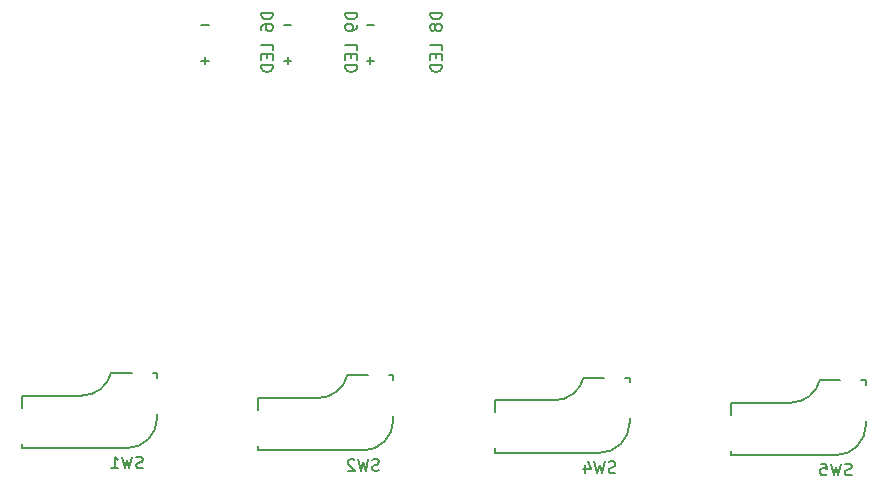
<source format=gbr>
%TF.GenerationSoftware,KiCad,Pcbnew,9.0.4-1.fc42app3*%
%TF.CreationDate,2025-10-16T14:03:15+02:00*%
%TF.ProjectId,ccc_macropad,6363635f-6d61-4637-926f-7061642e6b69,rev?*%
%TF.SameCoordinates,Original*%
%TF.FileFunction,Legend,Bot*%
%TF.FilePolarity,Positive*%
%FSLAX46Y46*%
G04 Gerber Fmt 4.6, Leading zero omitted, Abs format (unit mm)*
G04 Created by KiCad (PCBNEW 9.0.4-1.fc42app3) date 2025-10-16 14:03:15*
%MOMM*%
%LPD*%
G01*
G04 APERTURE LIST*
%ADD10C,0.152400*%
%ADD11C,0.150000*%
G04 APERTURE END LIST*
D10*
X144206213Y-40582965D02*
X143586937Y-40582965D01*
X144206213Y-43582965D02*
X143586937Y-43582965D01*
X143896575Y-43892603D02*
X143896575Y-43273327D01*
X130206213Y-43582965D02*
X129586937Y-43582965D01*
X129896575Y-43892603D02*
X129896575Y-43273327D01*
X130206213Y-40582965D02*
X129586937Y-40582965D01*
X137206213Y-40582965D02*
X136586937Y-40582965D01*
X137206213Y-43582965D02*
X136586937Y-43582965D01*
X136896575Y-43892603D02*
X136896575Y-43273327D01*
D11*
X149954819Y-39523809D02*
X148954819Y-39523809D01*
X148954819Y-39523809D02*
X148954819Y-39761904D01*
X148954819Y-39761904D02*
X149002438Y-39904761D01*
X149002438Y-39904761D02*
X149097676Y-39999999D01*
X149097676Y-39999999D02*
X149192914Y-40047618D01*
X149192914Y-40047618D02*
X149383390Y-40095237D01*
X149383390Y-40095237D02*
X149526247Y-40095237D01*
X149526247Y-40095237D02*
X149716723Y-40047618D01*
X149716723Y-40047618D02*
X149811961Y-39999999D01*
X149811961Y-39999999D02*
X149907200Y-39904761D01*
X149907200Y-39904761D02*
X149954819Y-39761904D01*
X149954819Y-39761904D02*
X149954819Y-39523809D01*
X149383390Y-40666666D02*
X149335771Y-40571428D01*
X149335771Y-40571428D02*
X149288152Y-40523809D01*
X149288152Y-40523809D02*
X149192914Y-40476190D01*
X149192914Y-40476190D02*
X149145295Y-40476190D01*
X149145295Y-40476190D02*
X149050057Y-40523809D01*
X149050057Y-40523809D02*
X149002438Y-40571428D01*
X149002438Y-40571428D02*
X148954819Y-40666666D01*
X148954819Y-40666666D02*
X148954819Y-40857142D01*
X148954819Y-40857142D02*
X149002438Y-40952380D01*
X149002438Y-40952380D02*
X149050057Y-40999999D01*
X149050057Y-40999999D02*
X149145295Y-41047618D01*
X149145295Y-41047618D02*
X149192914Y-41047618D01*
X149192914Y-41047618D02*
X149288152Y-40999999D01*
X149288152Y-40999999D02*
X149335771Y-40952380D01*
X149335771Y-40952380D02*
X149383390Y-40857142D01*
X149383390Y-40857142D02*
X149383390Y-40666666D01*
X149383390Y-40666666D02*
X149431009Y-40571428D01*
X149431009Y-40571428D02*
X149478628Y-40523809D01*
X149478628Y-40523809D02*
X149573866Y-40476190D01*
X149573866Y-40476190D02*
X149764342Y-40476190D01*
X149764342Y-40476190D02*
X149859580Y-40523809D01*
X149859580Y-40523809D02*
X149907200Y-40571428D01*
X149907200Y-40571428D02*
X149954819Y-40666666D01*
X149954819Y-40666666D02*
X149954819Y-40857142D01*
X149954819Y-40857142D02*
X149907200Y-40952380D01*
X149907200Y-40952380D02*
X149859580Y-40999999D01*
X149859580Y-40999999D02*
X149764342Y-41047618D01*
X149764342Y-41047618D02*
X149573866Y-41047618D01*
X149573866Y-41047618D02*
X149478628Y-40999999D01*
X149478628Y-40999999D02*
X149431009Y-40952380D01*
X149431009Y-40952380D02*
X149383390Y-40857142D01*
X149954819Y-42714285D02*
X149954819Y-42238095D01*
X149954819Y-42238095D02*
X148954819Y-42238095D01*
X149431009Y-43047619D02*
X149431009Y-43380952D01*
X149954819Y-43523809D02*
X149954819Y-43047619D01*
X149954819Y-43047619D02*
X148954819Y-43047619D01*
X148954819Y-43047619D02*
X148954819Y-43523809D01*
X149954819Y-43952381D02*
X148954819Y-43952381D01*
X148954819Y-43952381D02*
X148954819Y-44190476D01*
X148954819Y-44190476D02*
X149002438Y-44333333D01*
X149002438Y-44333333D02*
X149097676Y-44428571D01*
X149097676Y-44428571D02*
X149192914Y-44476190D01*
X149192914Y-44476190D02*
X149383390Y-44523809D01*
X149383390Y-44523809D02*
X149526247Y-44523809D01*
X149526247Y-44523809D02*
X149716723Y-44476190D01*
X149716723Y-44476190D02*
X149811961Y-44428571D01*
X149811961Y-44428571D02*
X149907200Y-44333333D01*
X149907200Y-44333333D02*
X149954819Y-44190476D01*
X149954819Y-44190476D02*
X149954819Y-43952381D01*
X124633332Y-78062200D02*
X124490475Y-78109819D01*
X124490475Y-78109819D02*
X124252380Y-78109819D01*
X124252380Y-78109819D02*
X124157142Y-78062200D01*
X124157142Y-78062200D02*
X124109523Y-78014580D01*
X124109523Y-78014580D02*
X124061904Y-77919342D01*
X124061904Y-77919342D02*
X124061904Y-77824104D01*
X124061904Y-77824104D02*
X124109523Y-77728866D01*
X124109523Y-77728866D02*
X124157142Y-77681247D01*
X124157142Y-77681247D02*
X124252380Y-77633628D01*
X124252380Y-77633628D02*
X124442856Y-77586009D01*
X124442856Y-77586009D02*
X124538094Y-77538390D01*
X124538094Y-77538390D02*
X124585713Y-77490771D01*
X124585713Y-77490771D02*
X124633332Y-77395533D01*
X124633332Y-77395533D02*
X124633332Y-77300295D01*
X124633332Y-77300295D02*
X124585713Y-77205057D01*
X124585713Y-77205057D02*
X124538094Y-77157438D01*
X124538094Y-77157438D02*
X124442856Y-77109819D01*
X124442856Y-77109819D02*
X124204761Y-77109819D01*
X124204761Y-77109819D02*
X124061904Y-77157438D01*
X123728570Y-77109819D02*
X123490475Y-78109819D01*
X123490475Y-78109819D02*
X123299999Y-77395533D01*
X123299999Y-77395533D02*
X123109523Y-78109819D01*
X123109523Y-78109819D02*
X122871428Y-77109819D01*
X121966666Y-78109819D02*
X122538094Y-78109819D01*
X122252380Y-78109819D02*
X122252380Y-77109819D01*
X122252380Y-77109819D02*
X122347618Y-77252676D01*
X122347618Y-77252676D02*
X122442856Y-77347914D01*
X122442856Y-77347914D02*
X122538094Y-77395533D01*
X184643332Y-78662200D02*
X184500475Y-78709819D01*
X184500475Y-78709819D02*
X184262380Y-78709819D01*
X184262380Y-78709819D02*
X184167142Y-78662200D01*
X184167142Y-78662200D02*
X184119523Y-78614580D01*
X184119523Y-78614580D02*
X184071904Y-78519342D01*
X184071904Y-78519342D02*
X184071904Y-78424104D01*
X184071904Y-78424104D02*
X184119523Y-78328866D01*
X184119523Y-78328866D02*
X184167142Y-78281247D01*
X184167142Y-78281247D02*
X184262380Y-78233628D01*
X184262380Y-78233628D02*
X184452856Y-78186009D01*
X184452856Y-78186009D02*
X184548094Y-78138390D01*
X184548094Y-78138390D02*
X184595713Y-78090771D01*
X184595713Y-78090771D02*
X184643332Y-77995533D01*
X184643332Y-77995533D02*
X184643332Y-77900295D01*
X184643332Y-77900295D02*
X184595713Y-77805057D01*
X184595713Y-77805057D02*
X184548094Y-77757438D01*
X184548094Y-77757438D02*
X184452856Y-77709819D01*
X184452856Y-77709819D02*
X184214761Y-77709819D01*
X184214761Y-77709819D02*
X184071904Y-77757438D01*
X183738570Y-77709819D02*
X183500475Y-78709819D01*
X183500475Y-78709819D02*
X183309999Y-77995533D01*
X183309999Y-77995533D02*
X183119523Y-78709819D01*
X183119523Y-78709819D02*
X182881428Y-77709819D01*
X182024285Y-77709819D02*
X182500475Y-77709819D01*
X182500475Y-77709819D02*
X182548094Y-78186009D01*
X182548094Y-78186009D02*
X182500475Y-78138390D01*
X182500475Y-78138390D02*
X182405237Y-78090771D01*
X182405237Y-78090771D02*
X182167142Y-78090771D01*
X182167142Y-78090771D02*
X182071904Y-78138390D01*
X182071904Y-78138390D02*
X182024285Y-78186009D01*
X182024285Y-78186009D02*
X181976666Y-78281247D01*
X181976666Y-78281247D02*
X181976666Y-78519342D01*
X181976666Y-78519342D02*
X182024285Y-78614580D01*
X182024285Y-78614580D02*
X182071904Y-78662200D01*
X182071904Y-78662200D02*
X182167142Y-78709819D01*
X182167142Y-78709819D02*
X182405237Y-78709819D01*
X182405237Y-78709819D02*
X182500475Y-78662200D01*
X182500475Y-78662200D02*
X182548094Y-78614580D01*
X164639999Y-78462200D02*
X164497142Y-78509819D01*
X164497142Y-78509819D02*
X164259047Y-78509819D01*
X164259047Y-78509819D02*
X164163809Y-78462200D01*
X164163809Y-78462200D02*
X164116190Y-78414580D01*
X164116190Y-78414580D02*
X164068571Y-78319342D01*
X164068571Y-78319342D02*
X164068571Y-78224104D01*
X164068571Y-78224104D02*
X164116190Y-78128866D01*
X164116190Y-78128866D02*
X164163809Y-78081247D01*
X164163809Y-78081247D02*
X164259047Y-78033628D01*
X164259047Y-78033628D02*
X164449523Y-77986009D01*
X164449523Y-77986009D02*
X164544761Y-77938390D01*
X164544761Y-77938390D02*
X164592380Y-77890771D01*
X164592380Y-77890771D02*
X164639999Y-77795533D01*
X164639999Y-77795533D02*
X164639999Y-77700295D01*
X164639999Y-77700295D02*
X164592380Y-77605057D01*
X164592380Y-77605057D02*
X164544761Y-77557438D01*
X164544761Y-77557438D02*
X164449523Y-77509819D01*
X164449523Y-77509819D02*
X164211428Y-77509819D01*
X164211428Y-77509819D02*
X164068571Y-77557438D01*
X163735237Y-77509819D02*
X163497142Y-78509819D01*
X163497142Y-78509819D02*
X163306666Y-77795533D01*
X163306666Y-77795533D02*
X163116190Y-78509819D01*
X163116190Y-78509819D02*
X162878095Y-77509819D01*
X162068571Y-77843152D02*
X162068571Y-78509819D01*
X162306666Y-77462200D02*
X162544761Y-78176485D01*
X162544761Y-78176485D02*
X161925714Y-78176485D01*
X142779819Y-39523809D02*
X141779819Y-39523809D01*
X141779819Y-39523809D02*
X141779819Y-39761904D01*
X141779819Y-39761904D02*
X141827438Y-39904761D01*
X141827438Y-39904761D02*
X141922676Y-39999999D01*
X141922676Y-39999999D02*
X142017914Y-40047618D01*
X142017914Y-40047618D02*
X142208390Y-40095237D01*
X142208390Y-40095237D02*
X142351247Y-40095237D01*
X142351247Y-40095237D02*
X142541723Y-40047618D01*
X142541723Y-40047618D02*
X142636961Y-39999999D01*
X142636961Y-39999999D02*
X142732200Y-39904761D01*
X142732200Y-39904761D02*
X142779819Y-39761904D01*
X142779819Y-39761904D02*
X142779819Y-39523809D01*
X142779819Y-40571428D02*
X142779819Y-40761904D01*
X142779819Y-40761904D02*
X142732200Y-40857142D01*
X142732200Y-40857142D02*
X142684580Y-40904761D01*
X142684580Y-40904761D02*
X142541723Y-40999999D01*
X142541723Y-40999999D02*
X142351247Y-41047618D01*
X142351247Y-41047618D02*
X141970295Y-41047618D01*
X141970295Y-41047618D02*
X141875057Y-40999999D01*
X141875057Y-40999999D02*
X141827438Y-40952380D01*
X141827438Y-40952380D02*
X141779819Y-40857142D01*
X141779819Y-40857142D02*
X141779819Y-40666666D01*
X141779819Y-40666666D02*
X141827438Y-40571428D01*
X141827438Y-40571428D02*
X141875057Y-40523809D01*
X141875057Y-40523809D02*
X141970295Y-40476190D01*
X141970295Y-40476190D02*
X142208390Y-40476190D01*
X142208390Y-40476190D02*
X142303628Y-40523809D01*
X142303628Y-40523809D02*
X142351247Y-40571428D01*
X142351247Y-40571428D02*
X142398866Y-40666666D01*
X142398866Y-40666666D02*
X142398866Y-40857142D01*
X142398866Y-40857142D02*
X142351247Y-40952380D01*
X142351247Y-40952380D02*
X142303628Y-40999999D01*
X142303628Y-40999999D02*
X142208390Y-41047618D01*
X142779819Y-42714285D02*
X142779819Y-42238095D01*
X142779819Y-42238095D02*
X141779819Y-42238095D01*
X142256009Y-43047619D02*
X142256009Y-43380952D01*
X142779819Y-43523809D02*
X142779819Y-43047619D01*
X142779819Y-43047619D02*
X141779819Y-43047619D01*
X141779819Y-43047619D02*
X141779819Y-43523809D01*
X142779819Y-43952381D02*
X141779819Y-43952381D01*
X141779819Y-43952381D02*
X141779819Y-44190476D01*
X141779819Y-44190476D02*
X141827438Y-44333333D01*
X141827438Y-44333333D02*
X141922676Y-44428571D01*
X141922676Y-44428571D02*
X142017914Y-44476190D01*
X142017914Y-44476190D02*
X142208390Y-44523809D01*
X142208390Y-44523809D02*
X142351247Y-44523809D01*
X142351247Y-44523809D02*
X142541723Y-44476190D01*
X142541723Y-44476190D02*
X142636961Y-44428571D01*
X142636961Y-44428571D02*
X142732200Y-44333333D01*
X142732200Y-44333333D02*
X142779819Y-44190476D01*
X142779819Y-44190476D02*
X142779819Y-43952381D01*
X135644819Y-39523809D02*
X134644819Y-39523809D01*
X134644819Y-39523809D02*
X134644819Y-39761904D01*
X134644819Y-39761904D02*
X134692438Y-39904761D01*
X134692438Y-39904761D02*
X134787676Y-39999999D01*
X134787676Y-39999999D02*
X134882914Y-40047618D01*
X134882914Y-40047618D02*
X135073390Y-40095237D01*
X135073390Y-40095237D02*
X135216247Y-40095237D01*
X135216247Y-40095237D02*
X135406723Y-40047618D01*
X135406723Y-40047618D02*
X135501961Y-39999999D01*
X135501961Y-39999999D02*
X135597200Y-39904761D01*
X135597200Y-39904761D02*
X135644819Y-39761904D01*
X135644819Y-39761904D02*
X135644819Y-39523809D01*
X134644819Y-40952380D02*
X134644819Y-40761904D01*
X134644819Y-40761904D02*
X134692438Y-40666666D01*
X134692438Y-40666666D02*
X134740057Y-40619047D01*
X134740057Y-40619047D02*
X134882914Y-40523809D01*
X134882914Y-40523809D02*
X135073390Y-40476190D01*
X135073390Y-40476190D02*
X135454342Y-40476190D01*
X135454342Y-40476190D02*
X135549580Y-40523809D01*
X135549580Y-40523809D02*
X135597200Y-40571428D01*
X135597200Y-40571428D02*
X135644819Y-40666666D01*
X135644819Y-40666666D02*
X135644819Y-40857142D01*
X135644819Y-40857142D02*
X135597200Y-40952380D01*
X135597200Y-40952380D02*
X135549580Y-40999999D01*
X135549580Y-40999999D02*
X135454342Y-41047618D01*
X135454342Y-41047618D02*
X135216247Y-41047618D01*
X135216247Y-41047618D02*
X135121009Y-40999999D01*
X135121009Y-40999999D02*
X135073390Y-40952380D01*
X135073390Y-40952380D02*
X135025771Y-40857142D01*
X135025771Y-40857142D02*
X135025771Y-40666666D01*
X135025771Y-40666666D02*
X135073390Y-40571428D01*
X135073390Y-40571428D02*
X135121009Y-40523809D01*
X135121009Y-40523809D02*
X135216247Y-40476190D01*
X135644819Y-42714285D02*
X135644819Y-42238095D01*
X135644819Y-42238095D02*
X134644819Y-42238095D01*
X135121009Y-43047619D02*
X135121009Y-43380952D01*
X135644819Y-43523809D02*
X135644819Y-43047619D01*
X135644819Y-43047619D02*
X134644819Y-43047619D01*
X134644819Y-43047619D02*
X134644819Y-43523809D01*
X135644819Y-43952381D02*
X134644819Y-43952381D01*
X134644819Y-43952381D02*
X134644819Y-44190476D01*
X134644819Y-44190476D02*
X134692438Y-44333333D01*
X134692438Y-44333333D02*
X134787676Y-44428571D01*
X134787676Y-44428571D02*
X134882914Y-44476190D01*
X134882914Y-44476190D02*
X135073390Y-44523809D01*
X135073390Y-44523809D02*
X135216247Y-44523809D01*
X135216247Y-44523809D02*
X135406723Y-44476190D01*
X135406723Y-44476190D02*
X135501961Y-44428571D01*
X135501961Y-44428571D02*
X135597200Y-44333333D01*
X135597200Y-44333333D02*
X135644819Y-44190476D01*
X135644819Y-44190476D02*
X135644819Y-43952381D01*
X144636665Y-78262200D02*
X144493808Y-78309819D01*
X144493808Y-78309819D02*
X144255713Y-78309819D01*
X144255713Y-78309819D02*
X144160475Y-78262200D01*
X144160475Y-78262200D02*
X144112856Y-78214580D01*
X144112856Y-78214580D02*
X144065237Y-78119342D01*
X144065237Y-78119342D02*
X144065237Y-78024104D01*
X144065237Y-78024104D02*
X144112856Y-77928866D01*
X144112856Y-77928866D02*
X144160475Y-77881247D01*
X144160475Y-77881247D02*
X144255713Y-77833628D01*
X144255713Y-77833628D02*
X144446189Y-77786009D01*
X144446189Y-77786009D02*
X144541427Y-77738390D01*
X144541427Y-77738390D02*
X144589046Y-77690771D01*
X144589046Y-77690771D02*
X144636665Y-77595533D01*
X144636665Y-77595533D02*
X144636665Y-77500295D01*
X144636665Y-77500295D02*
X144589046Y-77405057D01*
X144589046Y-77405057D02*
X144541427Y-77357438D01*
X144541427Y-77357438D02*
X144446189Y-77309819D01*
X144446189Y-77309819D02*
X144208094Y-77309819D01*
X144208094Y-77309819D02*
X144065237Y-77357438D01*
X143731903Y-77309819D02*
X143493808Y-78309819D01*
X143493808Y-78309819D02*
X143303332Y-77595533D01*
X143303332Y-77595533D02*
X143112856Y-78309819D01*
X143112856Y-78309819D02*
X142874761Y-77309819D01*
X142541427Y-77405057D02*
X142493808Y-77357438D01*
X142493808Y-77357438D02*
X142398570Y-77309819D01*
X142398570Y-77309819D02*
X142160475Y-77309819D01*
X142160475Y-77309819D02*
X142065237Y-77357438D01*
X142065237Y-77357438D02*
X142017618Y-77405057D01*
X142017618Y-77405057D02*
X141969999Y-77500295D01*
X141969999Y-77500295D02*
X141969999Y-77595533D01*
X141969999Y-77595533D02*
X142017618Y-77738390D01*
X142017618Y-77738390D02*
X142589046Y-78309819D01*
X142589046Y-78309819D02*
X141969999Y-78309819D01*
%TO.C,SW1*%
X114410000Y-76385000D02*
X123300000Y-76385000D01*
X114410000Y-76004000D02*
X114410000Y-76385000D01*
X114410000Y-71940000D02*
X114410000Y-72956000D01*
X119490000Y-71940000D02*
X114410000Y-71940000D01*
X123681000Y-70035000D02*
X122030000Y-70035000D01*
X125840000Y-70035000D02*
X125459000Y-70035000D01*
X125840000Y-70416000D02*
X125840000Y-70035000D01*
X125840000Y-73845000D02*
X125840000Y-73464000D01*
X121954162Y-70016040D02*
G75*
G02*
X119490000Y-71940000I-2464162J616040D01*
G01*
X125840000Y-73845000D02*
G75*
G02*
X123300000Y-76385000I-2540000J0D01*
G01*
%TO.C,SW5*%
X174420000Y-76985000D02*
X183310000Y-76985000D01*
X174420000Y-76604000D02*
X174420000Y-76985000D01*
X174420000Y-72540000D02*
X174420000Y-73556000D01*
X179500000Y-72540000D02*
X174420000Y-72540000D01*
X183691000Y-70635000D02*
X182040000Y-70635000D01*
X185850000Y-70635000D02*
X185469000Y-70635000D01*
X185850000Y-71016000D02*
X185850000Y-70635000D01*
X185850000Y-74445000D02*
X185850000Y-74064000D01*
X181964162Y-70616040D02*
G75*
G02*
X179500000Y-72540000I-2464162J616040D01*
G01*
X185850000Y-74445000D02*
G75*
G02*
X183310000Y-76985000I-2540000J0D01*
G01*
%TO.C,SW4*%
X154416667Y-76785000D02*
X163306667Y-76785000D01*
X154416667Y-76404000D02*
X154416667Y-76785000D01*
X154416667Y-72340000D02*
X154416667Y-73356000D01*
X159496667Y-72340000D02*
X154416667Y-72340000D01*
X163687667Y-70435000D02*
X162036667Y-70435000D01*
X165846667Y-70435000D02*
X165465667Y-70435000D01*
X165846667Y-70816000D02*
X165846667Y-70435000D01*
X165846667Y-74245000D02*
X165846667Y-73864000D01*
X161960829Y-70416040D02*
G75*
G02*
X159496667Y-72340000I-2464162J616040D01*
G01*
X165846667Y-74245000D02*
G75*
G02*
X163306667Y-76785000I-2540000J0D01*
G01*
%TO.C,SW2*%
X134413333Y-76585000D02*
X143303333Y-76585000D01*
X134413333Y-76204000D02*
X134413333Y-76585000D01*
X134413333Y-72140000D02*
X134413333Y-73156000D01*
X139493333Y-72140000D02*
X134413333Y-72140000D01*
X143684333Y-70235000D02*
X142033333Y-70235000D01*
X145843333Y-70235000D02*
X145462333Y-70235000D01*
X145843333Y-70616000D02*
X145843333Y-70235000D01*
X145843333Y-74045000D02*
X145843333Y-73664000D01*
X141957495Y-70216040D02*
G75*
G02*
X139493333Y-72140000I-2464162J616040D01*
G01*
X145843333Y-74045000D02*
G75*
G02*
X143303333Y-76585000I-2540000J0D01*
G01*
%TD*%
M02*

</source>
